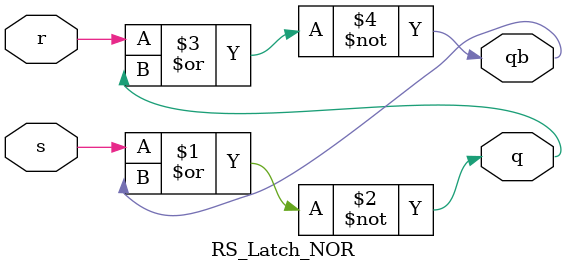
<source format=v>
`timescale 1ns / 1ps

module RS_Latch_NOR(
    input r,s,
    output q,qb
    );
    
    nor g1(q,s,qb);
    nor g2(qb,r,q);
endmodule

</source>
